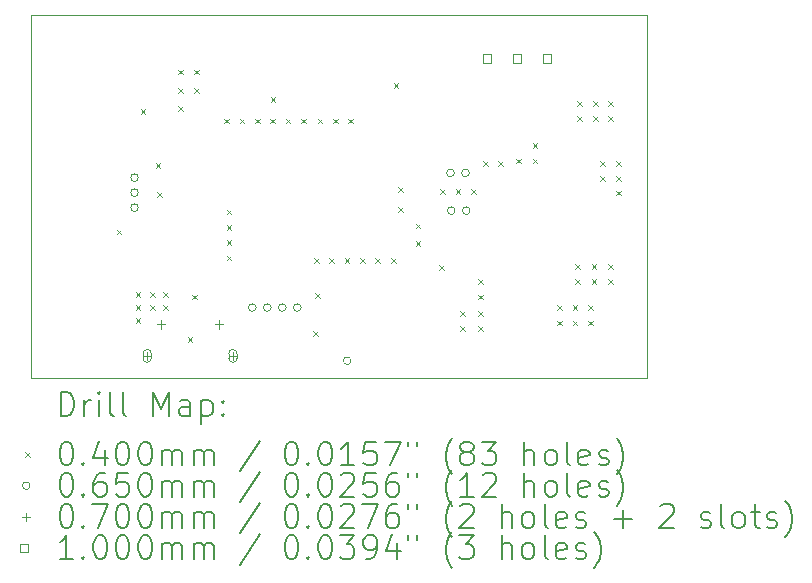
<source format=gbr>
%TF.GenerationSoftware,KiCad,Pcbnew,8.0.1*%
%TF.CreationDate,2024-04-13T18:18:34+03:00*%
%TF.ProjectId,mains-detector,6d61696e-732d-4646-9574-6563746f722e,rev?*%
%TF.SameCoordinates,Original*%
%TF.FileFunction,Drillmap*%
%TF.FilePolarity,Positive*%
%FSLAX45Y45*%
G04 Gerber Fmt 4.5, Leading zero omitted, Abs format (unit mm)*
G04 Created by KiCad (PCBNEW 8.0.1) date 2024-04-13 18:18:34*
%MOMM*%
%LPD*%
G01*
G04 APERTURE LIST*
%ADD10C,0.100000*%
%ADD11C,0.200000*%
G04 APERTURE END LIST*
D10*
X0Y0D02*
X5220000Y0D01*
X5220000Y-3080000D01*
X0Y-3080000D01*
X0Y0D01*
D11*
D10*
X729480Y-1820000D02*
X769480Y-1860000D01*
X769480Y-1820000D02*
X729480Y-1860000D01*
X889480Y-2350000D02*
X929480Y-2390000D01*
X929480Y-2350000D02*
X889480Y-2390000D01*
X889480Y-2460000D02*
X929480Y-2500000D01*
X929480Y-2460000D02*
X889480Y-2500000D01*
X889480Y-2570000D02*
X929480Y-2610000D01*
X929480Y-2570000D02*
X889480Y-2610000D01*
X932480Y-800000D02*
X972480Y-840000D01*
X972480Y-800000D02*
X932480Y-840000D01*
X1009480Y-2350000D02*
X1049480Y-2390000D01*
X1049480Y-2350000D02*
X1009480Y-2390000D01*
X1009480Y-2460000D02*
X1049480Y-2500000D01*
X1049480Y-2460000D02*
X1009480Y-2500000D01*
X1059480Y-1260000D02*
X1099480Y-1300000D01*
X1099480Y-1260000D02*
X1059480Y-1300000D01*
X1072480Y-1500000D02*
X1112480Y-1540000D01*
X1112480Y-1500000D02*
X1072480Y-1540000D01*
X1119480Y-2350000D02*
X1159480Y-2390000D01*
X1159480Y-2350000D02*
X1119480Y-2390000D01*
X1119480Y-2460000D02*
X1159480Y-2500000D01*
X1159480Y-2460000D02*
X1119480Y-2500000D01*
X1249480Y-465000D02*
X1289480Y-505000D01*
X1289480Y-465000D02*
X1249480Y-505000D01*
X1249480Y-625000D02*
X1289480Y-665000D01*
X1289480Y-625000D02*
X1249480Y-665000D01*
X1249480Y-775000D02*
X1289480Y-815000D01*
X1289480Y-775000D02*
X1249480Y-815000D01*
X1329480Y-2730000D02*
X1369480Y-2770000D01*
X1369480Y-2730000D02*
X1329480Y-2770000D01*
X1369480Y-2370000D02*
X1409480Y-2410000D01*
X1409480Y-2370000D02*
X1369480Y-2410000D01*
X1384480Y-465000D02*
X1424480Y-505000D01*
X1424480Y-465000D02*
X1384480Y-505000D01*
X1384480Y-625000D02*
X1424480Y-665000D01*
X1424480Y-625000D02*
X1384480Y-665000D01*
X1639480Y-880000D02*
X1679480Y-920000D01*
X1679480Y-880000D02*
X1639480Y-920000D01*
X1659480Y-1650000D02*
X1699480Y-1690000D01*
X1699480Y-1650000D02*
X1659480Y-1690000D01*
X1659480Y-1780000D02*
X1699480Y-1820000D01*
X1699480Y-1780000D02*
X1659480Y-1820000D01*
X1659480Y-1910000D02*
X1699480Y-1950000D01*
X1699480Y-1910000D02*
X1659480Y-1950000D01*
X1659480Y-2040000D02*
X1699480Y-2080000D01*
X1699480Y-2040000D02*
X1659480Y-2080000D01*
X1769480Y-880000D02*
X1809480Y-920000D01*
X1809480Y-880000D02*
X1769480Y-920000D01*
X1899480Y-880000D02*
X1939480Y-920000D01*
X1939480Y-880000D02*
X1899480Y-920000D01*
X2029480Y-880000D02*
X2069480Y-920000D01*
X2069480Y-880000D02*
X2029480Y-920000D01*
X2032480Y-700000D02*
X2072480Y-740000D01*
X2072480Y-700000D02*
X2032480Y-740000D01*
X2159480Y-880000D02*
X2199480Y-920000D01*
X2199480Y-880000D02*
X2159480Y-920000D01*
X2289480Y-880000D02*
X2329480Y-920000D01*
X2329480Y-880000D02*
X2289480Y-920000D01*
X2389480Y-2680000D02*
X2429480Y-2720000D01*
X2429480Y-2680000D02*
X2389480Y-2720000D01*
X2399480Y-2060000D02*
X2439480Y-2100000D01*
X2439480Y-2060000D02*
X2399480Y-2100000D01*
X2409480Y-2360000D02*
X2449480Y-2400000D01*
X2449480Y-2360000D02*
X2409480Y-2400000D01*
X2429480Y-880000D02*
X2469480Y-920000D01*
X2469480Y-880000D02*
X2429480Y-920000D01*
X2529480Y-2060000D02*
X2569480Y-2100000D01*
X2569480Y-2060000D02*
X2529480Y-2100000D01*
X2559480Y-880000D02*
X2599480Y-920000D01*
X2599480Y-880000D02*
X2559480Y-920000D01*
X2659480Y-2060000D02*
X2699480Y-2100000D01*
X2699480Y-2060000D02*
X2659480Y-2100000D01*
X2689480Y-880000D02*
X2729480Y-920000D01*
X2729480Y-880000D02*
X2689480Y-920000D01*
X2789480Y-2060000D02*
X2829480Y-2100000D01*
X2829480Y-2060000D02*
X2789480Y-2100000D01*
X2919480Y-2060000D02*
X2959480Y-2100000D01*
X2959480Y-2060000D02*
X2919480Y-2100000D01*
X3049480Y-2060000D02*
X3089480Y-2100000D01*
X3089480Y-2060000D02*
X3049480Y-2100000D01*
X3072480Y-580000D02*
X3112480Y-620000D01*
X3112480Y-580000D02*
X3072480Y-620000D01*
X3109480Y-1460000D02*
X3149480Y-1500000D01*
X3149480Y-1460000D02*
X3109480Y-1500000D01*
X3109480Y-1630000D02*
X3149480Y-1670000D01*
X3149480Y-1630000D02*
X3109480Y-1670000D01*
X3260000Y-1770000D02*
X3300000Y-1810000D01*
X3300000Y-1770000D02*
X3260000Y-1810000D01*
X3260000Y-1920000D02*
X3300000Y-1960000D01*
X3300000Y-1920000D02*
X3260000Y-1960000D01*
X3459480Y-2120000D02*
X3499480Y-2160000D01*
X3499480Y-2120000D02*
X3459480Y-2160000D01*
X3469480Y-1480000D02*
X3509480Y-1520000D01*
X3509480Y-1480000D02*
X3469480Y-1520000D01*
X3599480Y-1480000D02*
X3639480Y-1520000D01*
X3639480Y-1480000D02*
X3599480Y-1520000D01*
X3639480Y-2510000D02*
X3679480Y-2550000D01*
X3679480Y-2510000D02*
X3639480Y-2550000D01*
X3639480Y-2640000D02*
X3679480Y-2680000D01*
X3679480Y-2640000D02*
X3639480Y-2680000D01*
X3729480Y-1480000D02*
X3769480Y-1520000D01*
X3769480Y-1480000D02*
X3729480Y-1520000D01*
X3789480Y-2240000D02*
X3829480Y-2280000D01*
X3829480Y-2240000D02*
X3789480Y-2280000D01*
X3789480Y-2370000D02*
X3829480Y-2410000D01*
X3829480Y-2370000D02*
X3789480Y-2410000D01*
X3789480Y-2510000D02*
X3829480Y-2550000D01*
X3829480Y-2510000D02*
X3789480Y-2550000D01*
X3789480Y-2640000D02*
X3829480Y-2680000D01*
X3829480Y-2640000D02*
X3789480Y-2680000D01*
X3829480Y-1240000D02*
X3869480Y-1280000D01*
X3869480Y-1240000D02*
X3829480Y-1280000D01*
X3959480Y-1240000D02*
X3999480Y-1280000D01*
X3999480Y-1240000D02*
X3959480Y-1280000D01*
X4109480Y-1220000D02*
X4149480Y-1260000D01*
X4149480Y-1220000D02*
X4109480Y-1260000D01*
X4249480Y-1090000D02*
X4289480Y-1130000D01*
X4289480Y-1090000D02*
X4249480Y-1130000D01*
X4249480Y-1220000D02*
X4289480Y-1260000D01*
X4289480Y-1220000D02*
X4249480Y-1260000D01*
X4460000Y-2460000D02*
X4500000Y-2500000D01*
X4500000Y-2460000D02*
X4460000Y-2500000D01*
X4460000Y-2590000D02*
X4500000Y-2630000D01*
X4500000Y-2590000D02*
X4460000Y-2630000D01*
X4590000Y-2460000D02*
X4630000Y-2500000D01*
X4630000Y-2460000D02*
X4590000Y-2500000D01*
X4590000Y-2590000D02*
X4630000Y-2630000D01*
X4630000Y-2590000D02*
X4590000Y-2630000D01*
X4610000Y-2110000D02*
X4650000Y-2150000D01*
X4650000Y-2110000D02*
X4610000Y-2150000D01*
X4610000Y-2240000D02*
X4650000Y-2280000D01*
X4650000Y-2240000D02*
X4610000Y-2280000D01*
X4630000Y-730000D02*
X4670000Y-770000D01*
X4670000Y-730000D02*
X4630000Y-770000D01*
X4630000Y-860000D02*
X4670000Y-900000D01*
X4670000Y-860000D02*
X4630000Y-900000D01*
X4720000Y-2460000D02*
X4760000Y-2500000D01*
X4760000Y-2460000D02*
X4720000Y-2500000D01*
X4720000Y-2590000D02*
X4760000Y-2630000D01*
X4760000Y-2590000D02*
X4720000Y-2630000D01*
X4750000Y-2110000D02*
X4790000Y-2150000D01*
X4790000Y-2110000D02*
X4750000Y-2150000D01*
X4750000Y-2240000D02*
X4790000Y-2280000D01*
X4790000Y-2240000D02*
X4750000Y-2280000D01*
X4760000Y-730000D02*
X4800000Y-770000D01*
X4800000Y-730000D02*
X4760000Y-770000D01*
X4760000Y-860000D02*
X4800000Y-900000D01*
X4800000Y-860000D02*
X4760000Y-900000D01*
X4820000Y-1240000D02*
X4860000Y-1280000D01*
X4860000Y-1240000D02*
X4820000Y-1280000D01*
X4820000Y-1370000D02*
X4860000Y-1410000D01*
X4860000Y-1370000D02*
X4820000Y-1410000D01*
X4890000Y-730000D02*
X4930000Y-770000D01*
X4930000Y-730000D02*
X4890000Y-770000D01*
X4890000Y-860000D02*
X4930000Y-900000D01*
X4930000Y-860000D02*
X4890000Y-900000D01*
X4890000Y-2110000D02*
X4930000Y-2150000D01*
X4930000Y-2110000D02*
X4890000Y-2150000D01*
X4890000Y-2240000D02*
X4930000Y-2280000D01*
X4930000Y-2240000D02*
X4890000Y-2280000D01*
X4960000Y-1240000D02*
X5000000Y-1280000D01*
X5000000Y-1240000D02*
X4960000Y-1280000D01*
X4960000Y-1370000D02*
X5000000Y-1410000D01*
X5000000Y-1370000D02*
X4960000Y-1410000D01*
X4960000Y-1490000D02*
X5000000Y-1530000D01*
X5000000Y-1490000D02*
X4960000Y-1530000D01*
X911980Y-1380000D02*
G75*
G02*
X846980Y-1380000I-32500J0D01*
G01*
X846980Y-1380000D02*
G75*
G02*
X911980Y-1380000I32500J0D01*
G01*
X911980Y-1507000D02*
G75*
G02*
X846980Y-1507000I-32500J0D01*
G01*
X846980Y-1507000D02*
G75*
G02*
X911980Y-1507000I32500J0D01*
G01*
X911980Y-1634000D02*
G75*
G02*
X846980Y-1634000I-32500J0D01*
G01*
X846980Y-1634000D02*
G75*
G02*
X911980Y-1634000I32500J0D01*
G01*
X1909980Y-2480000D02*
G75*
G02*
X1844980Y-2480000I-32500J0D01*
G01*
X1844980Y-2480000D02*
G75*
G02*
X1909980Y-2480000I32500J0D01*
G01*
X2036980Y-2480000D02*
G75*
G02*
X1971980Y-2480000I-32500J0D01*
G01*
X1971980Y-2480000D02*
G75*
G02*
X2036980Y-2480000I32500J0D01*
G01*
X2163980Y-2480000D02*
G75*
G02*
X2098980Y-2480000I-32500J0D01*
G01*
X2098980Y-2480000D02*
G75*
G02*
X2163980Y-2480000I32500J0D01*
G01*
X2290980Y-2480000D02*
G75*
G02*
X2225980Y-2480000I-32500J0D01*
G01*
X2225980Y-2480000D02*
G75*
G02*
X2290980Y-2480000I32500J0D01*
G01*
X2711980Y-2930000D02*
G75*
G02*
X2646980Y-2930000I-32500J0D01*
G01*
X2646980Y-2930000D02*
G75*
G02*
X2711980Y-2930000I32500J0D01*
G01*
X3586980Y-1340000D02*
G75*
G02*
X3521980Y-1340000I-32500J0D01*
G01*
X3521980Y-1340000D02*
G75*
G02*
X3586980Y-1340000I32500J0D01*
G01*
X3592980Y-1660000D02*
G75*
G02*
X3527980Y-1660000I-32500J0D01*
G01*
X3527980Y-1660000D02*
G75*
G02*
X3592980Y-1660000I32500J0D01*
G01*
X3713980Y-1340000D02*
G75*
G02*
X3648980Y-1340000I-32500J0D01*
G01*
X3648980Y-1340000D02*
G75*
G02*
X3713980Y-1340000I32500J0D01*
G01*
X3719980Y-1660000D02*
G75*
G02*
X3654980Y-1660000I-32500J0D01*
G01*
X3654980Y-1660000D02*
G75*
G02*
X3719980Y-1660000I32500J0D01*
G01*
X986980Y-2855000D02*
X986980Y-2925000D01*
X951980Y-2890000D02*
X1021980Y-2890000D01*
X951980Y-2870000D02*
X951980Y-2910000D01*
X1021980Y-2910000D02*
G75*
G02*
X951980Y-2910000I-35000J0D01*
G01*
X1021980Y-2910000D02*
X1021980Y-2870000D01*
X1021980Y-2870000D02*
G75*
G03*
X951980Y-2870000I-35000J0D01*
G01*
X1106980Y-2588000D02*
X1106980Y-2658000D01*
X1071980Y-2623000D02*
X1141980Y-2623000D01*
X1591980Y-2588000D02*
X1591980Y-2658000D01*
X1556980Y-2623000D02*
X1626980Y-2623000D01*
X1711980Y-2855000D02*
X1711980Y-2925000D01*
X1676980Y-2890000D02*
X1746980Y-2890000D01*
X1676980Y-2870000D02*
X1676980Y-2910000D01*
X1746980Y-2910000D02*
G75*
G02*
X1676980Y-2910000I-35000J0D01*
G01*
X1746980Y-2910000D02*
X1746980Y-2870000D01*
X1746980Y-2870000D02*
G75*
G03*
X1676980Y-2870000I-35000J0D01*
G01*
X3897356Y-405356D02*
X3897356Y-334644D01*
X3826644Y-334644D01*
X3826644Y-405356D01*
X3897356Y-405356D01*
X4151356Y-405356D02*
X4151356Y-334644D01*
X4080644Y-334644D01*
X4080644Y-405356D01*
X4151356Y-405356D01*
X4405356Y-405356D02*
X4405356Y-334644D01*
X4334644Y-334644D01*
X4334644Y-405356D01*
X4405356Y-405356D01*
D11*
X255777Y-3396484D02*
X255777Y-3196484D01*
X255777Y-3196484D02*
X303396Y-3196484D01*
X303396Y-3196484D02*
X331967Y-3206008D01*
X331967Y-3206008D02*
X351015Y-3225055D01*
X351015Y-3225055D02*
X360539Y-3244103D01*
X360539Y-3244103D02*
X370062Y-3282198D01*
X370062Y-3282198D02*
X370062Y-3310769D01*
X370062Y-3310769D02*
X360539Y-3348865D01*
X360539Y-3348865D02*
X351015Y-3367912D01*
X351015Y-3367912D02*
X331967Y-3386960D01*
X331967Y-3386960D02*
X303396Y-3396484D01*
X303396Y-3396484D02*
X255777Y-3396484D01*
X455777Y-3396484D02*
X455777Y-3263150D01*
X455777Y-3301246D02*
X465301Y-3282198D01*
X465301Y-3282198D02*
X474824Y-3272674D01*
X474824Y-3272674D02*
X493872Y-3263150D01*
X493872Y-3263150D02*
X512920Y-3263150D01*
X579586Y-3396484D02*
X579586Y-3263150D01*
X579586Y-3196484D02*
X570063Y-3206008D01*
X570063Y-3206008D02*
X579586Y-3215531D01*
X579586Y-3215531D02*
X589110Y-3206008D01*
X589110Y-3206008D02*
X579586Y-3196484D01*
X579586Y-3196484D02*
X579586Y-3215531D01*
X703396Y-3396484D02*
X684348Y-3386960D01*
X684348Y-3386960D02*
X674824Y-3367912D01*
X674824Y-3367912D02*
X674824Y-3196484D01*
X808158Y-3396484D02*
X789110Y-3386960D01*
X789110Y-3386960D02*
X779586Y-3367912D01*
X779586Y-3367912D02*
X779586Y-3196484D01*
X1036729Y-3396484D02*
X1036729Y-3196484D01*
X1036729Y-3196484D02*
X1103396Y-3339341D01*
X1103396Y-3339341D02*
X1170063Y-3196484D01*
X1170063Y-3196484D02*
X1170063Y-3396484D01*
X1351015Y-3396484D02*
X1351015Y-3291722D01*
X1351015Y-3291722D02*
X1341491Y-3272674D01*
X1341491Y-3272674D02*
X1322444Y-3263150D01*
X1322444Y-3263150D02*
X1284348Y-3263150D01*
X1284348Y-3263150D02*
X1265301Y-3272674D01*
X1351015Y-3386960D02*
X1331967Y-3396484D01*
X1331967Y-3396484D02*
X1284348Y-3396484D01*
X1284348Y-3396484D02*
X1265301Y-3386960D01*
X1265301Y-3386960D02*
X1255777Y-3367912D01*
X1255777Y-3367912D02*
X1255777Y-3348865D01*
X1255777Y-3348865D02*
X1265301Y-3329817D01*
X1265301Y-3329817D02*
X1284348Y-3320293D01*
X1284348Y-3320293D02*
X1331967Y-3320293D01*
X1331967Y-3320293D02*
X1351015Y-3310769D01*
X1446253Y-3263150D02*
X1446253Y-3463150D01*
X1446253Y-3272674D02*
X1465301Y-3263150D01*
X1465301Y-3263150D02*
X1503396Y-3263150D01*
X1503396Y-3263150D02*
X1522443Y-3272674D01*
X1522443Y-3272674D02*
X1531967Y-3282198D01*
X1531967Y-3282198D02*
X1541491Y-3301246D01*
X1541491Y-3301246D02*
X1541491Y-3358388D01*
X1541491Y-3358388D02*
X1531967Y-3377436D01*
X1531967Y-3377436D02*
X1522443Y-3386960D01*
X1522443Y-3386960D02*
X1503396Y-3396484D01*
X1503396Y-3396484D02*
X1465301Y-3396484D01*
X1465301Y-3396484D02*
X1446253Y-3386960D01*
X1627205Y-3377436D02*
X1636729Y-3386960D01*
X1636729Y-3386960D02*
X1627205Y-3396484D01*
X1627205Y-3396484D02*
X1617682Y-3386960D01*
X1617682Y-3386960D02*
X1627205Y-3377436D01*
X1627205Y-3377436D02*
X1627205Y-3396484D01*
X1627205Y-3272674D02*
X1636729Y-3282198D01*
X1636729Y-3282198D02*
X1627205Y-3291722D01*
X1627205Y-3291722D02*
X1617682Y-3282198D01*
X1617682Y-3282198D02*
X1627205Y-3272674D01*
X1627205Y-3272674D02*
X1627205Y-3291722D01*
D10*
X-45000Y-3705000D02*
X-5000Y-3745000D01*
X-5000Y-3705000D02*
X-45000Y-3745000D01*
D11*
X293872Y-3616484D02*
X312920Y-3616484D01*
X312920Y-3616484D02*
X331967Y-3626008D01*
X331967Y-3626008D02*
X341491Y-3635531D01*
X341491Y-3635531D02*
X351015Y-3654579D01*
X351015Y-3654579D02*
X360539Y-3692674D01*
X360539Y-3692674D02*
X360539Y-3740293D01*
X360539Y-3740293D02*
X351015Y-3778388D01*
X351015Y-3778388D02*
X341491Y-3797436D01*
X341491Y-3797436D02*
X331967Y-3806960D01*
X331967Y-3806960D02*
X312920Y-3816484D01*
X312920Y-3816484D02*
X293872Y-3816484D01*
X293872Y-3816484D02*
X274824Y-3806960D01*
X274824Y-3806960D02*
X265301Y-3797436D01*
X265301Y-3797436D02*
X255777Y-3778388D01*
X255777Y-3778388D02*
X246253Y-3740293D01*
X246253Y-3740293D02*
X246253Y-3692674D01*
X246253Y-3692674D02*
X255777Y-3654579D01*
X255777Y-3654579D02*
X265301Y-3635531D01*
X265301Y-3635531D02*
X274824Y-3626008D01*
X274824Y-3626008D02*
X293872Y-3616484D01*
X446253Y-3797436D02*
X455777Y-3806960D01*
X455777Y-3806960D02*
X446253Y-3816484D01*
X446253Y-3816484D02*
X436729Y-3806960D01*
X436729Y-3806960D02*
X446253Y-3797436D01*
X446253Y-3797436D02*
X446253Y-3816484D01*
X627205Y-3683150D02*
X627205Y-3816484D01*
X579586Y-3606960D02*
X531967Y-3749817D01*
X531967Y-3749817D02*
X655777Y-3749817D01*
X770062Y-3616484D02*
X789110Y-3616484D01*
X789110Y-3616484D02*
X808158Y-3626008D01*
X808158Y-3626008D02*
X817682Y-3635531D01*
X817682Y-3635531D02*
X827205Y-3654579D01*
X827205Y-3654579D02*
X836729Y-3692674D01*
X836729Y-3692674D02*
X836729Y-3740293D01*
X836729Y-3740293D02*
X827205Y-3778388D01*
X827205Y-3778388D02*
X817682Y-3797436D01*
X817682Y-3797436D02*
X808158Y-3806960D01*
X808158Y-3806960D02*
X789110Y-3816484D01*
X789110Y-3816484D02*
X770062Y-3816484D01*
X770062Y-3816484D02*
X751015Y-3806960D01*
X751015Y-3806960D02*
X741491Y-3797436D01*
X741491Y-3797436D02*
X731967Y-3778388D01*
X731967Y-3778388D02*
X722443Y-3740293D01*
X722443Y-3740293D02*
X722443Y-3692674D01*
X722443Y-3692674D02*
X731967Y-3654579D01*
X731967Y-3654579D02*
X741491Y-3635531D01*
X741491Y-3635531D02*
X751015Y-3626008D01*
X751015Y-3626008D02*
X770062Y-3616484D01*
X960539Y-3616484D02*
X979586Y-3616484D01*
X979586Y-3616484D02*
X998634Y-3626008D01*
X998634Y-3626008D02*
X1008158Y-3635531D01*
X1008158Y-3635531D02*
X1017682Y-3654579D01*
X1017682Y-3654579D02*
X1027205Y-3692674D01*
X1027205Y-3692674D02*
X1027205Y-3740293D01*
X1027205Y-3740293D02*
X1017682Y-3778388D01*
X1017682Y-3778388D02*
X1008158Y-3797436D01*
X1008158Y-3797436D02*
X998634Y-3806960D01*
X998634Y-3806960D02*
X979586Y-3816484D01*
X979586Y-3816484D02*
X960539Y-3816484D01*
X960539Y-3816484D02*
X941491Y-3806960D01*
X941491Y-3806960D02*
X931967Y-3797436D01*
X931967Y-3797436D02*
X922443Y-3778388D01*
X922443Y-3778388D02*
X912920Y-3740293D01*
X912920Y-3740293D02*
X912920Y-3692674D01*
X912920Y-3692674D02*
X922443Y-3654579D01*
X922443Y-3654579D02*
X931967Y-3635531D01*
X931967Y-3635531D02*
X941491Y-3626008D01*
X941491Y-3626008D02*
X960539Y-3616484D01*
X1112920Y-3816484D02*
X1112920Y-3683150D01*
X1112920Y-3702198D02*
X1122444Y-3692674D01*
X1122444Y-3692674D02*
X1141491Y-3683150D01*
X1141491Y-3683150D02*
X1170063Y-3683150D01*
X1170063Y-3683150D02*
X1189110Y-3692674D01*
X1189110Y-3692674D02*
X1198634Y-3711722D01*
X1198634Y-3711722D02*
X1198634Y-3816484D01*
X1198634Y-3711722D02*
X1208158Y-3692674D01*
X1208158Y-3692674D02*
X1227205Y-3683150D01*
X1227205Y-3683150D02*
X1255777Y-3683150D01*
X1255777Y-3683150D02*
X1274825Y-3692674D01*
X1274825Y-3692674D02*
X1284348Y-3711722D01*
X1284348Y-3711722D02*
X1284348Y-3816484D01*
X1379586Y-3816484D02*
X1379586Y-3683150D01*
X1379586Y-3702198D02*
X1389110Y-3692674D01*
X1389110Y-3692674D02*
X1408158Y-3683150D01*
X1408158Y-3683150D02*
X1436729Y-3683150D01*
X1436729Y-3683150D02*
X1455777Y-3692674D01*
X1455777Y-3692674D02*
X1465301Y-3711722D01*
X1465301Y-3711722D02*
X1465301Y-3816484D01*
X1465301Y-3711722D02*
X1474824Y-3692674D01*
X1474824Y-3692674D02*
X1493872Y-3683150D01*
X1493872Y-3683150D02*
X1522443Y-3683150D01*
X1522443Y-3683150D02*
X1541491Y-3692674D01*
X1541491Y-3692674D02*
X1551015Y-3711722D01*
X1551015Y-3711722D02*
X1551015Y-3816484D01*
X1941491Y-3606960D02*
X1770063Y-3864103D01*
X2198634Y-3616484D02*
X2217682Y-3616484D01*
X2217682Y-3616484D02*
X2236729Y-3626008D01*
X2236729Y-3626008D02*
X2246253Y-3635531D01*
X2246253Y-3635531D02*
X2255777Y-3654579D01*
X2255777Y-3654579D02*
X2265301Y-3692674D01*
X2265301Y-3692674D02*
X2265301Y-3740293D01*
X2265301Y-3740293D02*
X2255777Y-3778388D01*
X2255777Y-3778388D02*
X2246253Y-3797436D01*
X2246253Y-3797436D02*
X2236729Y-3806960D01*
X2236729Y-3806960D02*
X2217682Y-3816484D01*
X2217682Y-3816484D02*
X2198634Y-3816484D01*
X2198634Y-3816484D02*
X2179587Y-3806960D01*
X2179587Y-3806960D02*
X2170063Y-3797436D01*
X2170063Y-3797436D02*
X2160539Y-3778388D01*
X2160539Y-3778388D02*
X2151015Y-3740293D01*
X2151015Y-3740293D02*
X2151015Y-3692674D01*
X2151015Y-3692674D02*
X2160539Y-3654579D01*
X2160539Y-3654579D02*
X2170063Y-3635531D01*
X2170063Y-3635531D02*
X2179587Y-3626008D01*
X2179587Y-3626008D02*
X2198634Y-3616484D01*
X2351015Y-3797436D02*
X2360539Y-3806960D01*
X2360539Y-3806960D02*
X2351015Y-3816484D01*
X2351015Y-3816484D02*
X2341491Y-3806960D01*
X2341491Y-3806960D02*
X2351015Y-3797436D01*
X2351015Y-3797436D02*
X2351015Y-3816484D01*
X2484348Y-3616484D02*
X2503396Y-3616484D01*
X2503396Y-3616484D02*
X2522444Y-3626008D01*
X2522444Y-3626008D02*
X2531968Y-3635531D01*
X2531968Y-3635531D02*
X2541491Y-3654579D01*
X2541491Y-3654579D02*
X2551015Y-3692674D01*
X2551015Y-3692674D02*
X2551015Y-3740293D01*
X2551015Y-3740293D02*
X2541491Y-3778388D01*
X2541491Y-3778388D02*
X2531968Y-3797436D01*
X2531968Y-3797436D02*
X2522444Y-3806960D01*
X2522444Y-3806960D02*
X2503396Y-3816484D01*
X2503396Y-3816484D02*
X2484348Y-3816484D01*
X2484348Y-3816484D02*
X2465301Y-3806960D01*
X2465301Y-3806960D02*
X2455777Y-3797436D01*
X2455777Y-3797436D02*
X2446253Y-3778388D01*
X2446253Y-3778388D02*
X2436729Y-3740293D01*
X2436729Y-3740293D02*
X2436729Y-3692674D01*
X2436729Y-3692674D02*
X2446253Y-3654579D01*
X2446253Y-3654579D02*
X2455777Y-3635531D01*
X2455777Y-3635531D02*
X2465301Y-3626008D01*
X2465301Y-3626008D02*
X2484348Y-3616484D01*
X2741491Y-3816484D02*
X2627206Y-3816484D01*
X2684348Y-3816484D02*
X2684348Y-3616484D01*
X2684348Y-3616484D02*
X2665301Y-3645055D01*
X2665301Y-3645055D02*
X2646253Y-3664103D01*
X2646253Y-3664103D02*
X2627206Y-3673627D01*
X2922444Y-3616484D02*
X2827206Y-3616484D01*
X2827206Y-3616484D02*
X2817682Y-3711722D01*
X2817682Y-3711722D02*
X2827206Y-3702198D01*
X2827206Y-3702198D02*
X2846253Y-3692674D01*
X2846253Y-3692674D02*
X2893872Y-3692674D01*
X2893872Y-3692674D02*
X2912920Y-3702198D01*
X2912920Y-3702198D02*
X2922444Y-3711722D01*
X2922444Y-3711722D02*
X2931967Y-3730769D01*
X2931967Y-3730769D02*
X2931967Y-3778388D01*
X2931967Y-3778388D02*
X2922444Y-3797436D01*
X2922444Y-3797436D02*
X2912920Y-3806960D01*
X2912920Y-3806960D02*
X2893872Y-3816484D01*
X2893872Y-3816484D02*
X2846253Y-3816484D01*
X2846253Y-3816484D02*
X2827206Y-3806960D01*
X2827206Y-3806960D02*
X2817682Y-3797436D01*
X2998634Y-3616484D02*
X3131967Y-3616484D01*
X3131967Y-3616484D02*
X3046253Y-3816484D01*
X3198634Y-3616484D02*
X3198634Y-3654579D01*
X3274825Y-3616484D02*
X3274825Y-3654579D01*
X3570063Y-3892674D02*
X3560539Y-3883150D01*
X3560539Y-3883150D02*
X3541491Y-3854579D01*
X3541491Y-3854579D02*
X3531968Y-3835531D01*
X3531968Y-3835531D02*
X3522444Y-3806960D01*
X3522444Y-3806960D02*
X3512920Y-3759341D01*
X3512920Y-3759341D02*
X3512920Y-3721246D01*
X3512920Y-3721246D02*
X3522444Y-3673627D01*
X3522444Y-3673627D02*
X3531968Y-3645055D01*
X3531968Y-3645055D02*
X3541491Y-3626008D01*
X3541491Y-3626008D02*
X3560539Y-3597436D01*
X3560539Y-3597436D02*
X3570063Y-3587912D01*
X3674825Y-3702198D02*
X3655777Y-3692674D01*
X3655777Y-3692674D02*
X3646253Y-3683150D01*
X3646253Y-3683150D02*
X3636729Y-3664103D01*
X3636729Y-3664103D02*
X3636729Y-3654579D01*
X3636729Y-3654579D02*
X3646253Y-3635531D01*
X3646253Y-3635531D02*
X3655777Y-3626008D01*
X3655777Y-3626008D02*
X3674825Y-3616484D01*
X3674825Y-3616484D02*
X3712920Y-3616484D01*
X3712920Y-3616484D02*
X3731968Y-3626008D01*
X3731968Y-3626008D02*
X3741491Y-3635531D01*
X3741491Y-3635531D02*
X3751015Y-3654579D01*
X3751015Y-3654579D02*
X3751015Y-3664103D01*
X3751015Y-3664103D02*
X3741491Y-3683150D01*
X3741491Y-3683150D02*
X3731968Y-3692674D01*
X3731968Y-3692674D02*
X3712920Y-3702198D01*
X3712920Y-3702198D02*
X3674825Y-3702198D01*
X3674825Y-3702198D02*
X3655777Y-3711722D01*
X3655777Y-3711722D02*
X3646253Y-3721246D01*
X3646253Y-3721246D02*
X3636729Y-3740293D01*
X3636729Y-3740293D02*
X3636729Y-3778388D01*
X3636729Y-3778388D02*
X3646253Y-3797436D01*
X3646253Y-3797436D02*
X3655777Y-3806960D01*
X3655777Y-3806960D02*
X3674825Y-3816484D01*
X3674825Y-3816484D02*
X3712920Y-3816484D01*
X3712920Y-3816484D02*
X3731968Y-3806960D01*
X3731968Y-3806960D02*
X3741491Y-3797436D01*
X3741491Y-3797436D02*
X3751015Y-3778388D01*
X3751015Y-3778388D02*
X3751015Y-3740293D01*
X3751015Y-3740293D02*
X3741491Y-3721246D01*
X3741491Y-3721246D02*
X3731968Y-3711722D01*
X3731968Y-3711722D02*
X3712920Y-3702198D01*
X3817682Y-3616484D02*
X3941491Y-3616484D01*
X3941491Y-3616484D02*
X3874825Y-3692674D01*
X3874825Y-3692674D02*
X3903396Y-3692674D01*
X3903396Y-3692674D02*
X3922444Y-3702198D01*
X3922444Y-3702198D02*
X3931968Y-3711722D01*
X3931968Y-3711722D02*
X3941491Y-3730769D01*
X3941491Y-3730769D02*
X3941491Y-3778388D01*
X3941491Y-3778388D02*
X3931968Y-3797436D01*
X3931968Y-3797436D02*
X3922444Y-3806960D01*
X3922444Y-3806960D02*
X3903396Y-3816484D01*
X3903396Y-3816484D02*
X3846253Y-3816484D01*
X3846253Y-3816484D02*
X3827206Y-3806960D01*
X3827206Y-3806960D02*
X3817682Y-3797436D01*
X4179587Y-3816484D02*
X4179587Y-3616484D01*
X4265301Y-3816484D02*
X4265301Y-3711722D01*
X4265301Y-3711722D02*
X4255777Y-3692674D01*
X4255777Y-3692674D02*
X4236730Y-3683150D01*
X4236730Y-3683150D02*
X4208158Y-3683150D01*
X4208158Y-3683150D02*
X4189110Y-3692674D01*
X4189110Y-3692674D02*
X4179587Y-3702198D01*
X4389111Y-3816484D02*
X4370063Y-3806960D01*
X4370063Y-3806960D02*
X4360539Y-3797436D01*
X4360539Y-3797436D02*
X4351015Y-3778388D01*
X4351015Y-3778388D02*
X4351015Y-3721246D01*
X4351015Y-3721246D02*
X4360539Y-3702198D01*
X4360539Y-3702198D02*
X4370063Y-3692674D01*
X4370063Y-3692674D02*
X4389111Y-3683150D01*
X4389111Y-3683150D02*
X4417682Y-3683150D01*
X4417682Y-3683150D02*
X4436730Y-3692674D01*
X4436730Y-3692674D02*
X4446253Y-3702198D01*
X4446253Y-3702198D02*
X4455777Y-3721246D01*
X4455777Y-3721246D02*
X4455777Y-3778388D01*
X4455777Y-3778388D02*
X4446253Y-3797436D01*
X4446253Y-3797436D02*
X4436730Y-3806960D01*
X4436730Y-3806960D02*
X4417682Y-3816484D01*
X4417682Y-3816484D02*
X4389111Y-3816484D01*
X4570063Y-3816484D02*
X4551015Y-3806960D01*
X4551015Y-3806960D02*
X4541492Y-3787912D01*
X4541492Y-3787912D02*
X4541492Y-3616484D01*
X4722444Y-3806960D02*
X4703396Y-3816484D01*
X4703396Y-3816484D02*
X4665301Y-3816484D01*
X4665301Y-3816484D02*
X4646253Y-3806960D01*
X4646253Y-3806960D02*
X4636730Y-3787912D01*
X4636730Y-3787912D02*
X4636730Y-3711722D01*
X4636730Y-3711722D02*
X4646253Y-3692674D01*
X4646253Y-3692674D02*
X4665301Y-3683150D01*
X4665301Y-3683150D02*
X4703396Y-3683150D01*
X4703396Y-3683150D02*
X4722444Y-3692674D01*
X4722444Y-3692674D02*
X4731968Y-3711722D01*
X4731968Y-3711722D02*
X4731968Y-3730769D01*
X4731968Y-3730769D02*
X4636730Y-3749817D01*
X4808158Y-3806960D02*
X4827206Y-3816484D01*
X4827206Y-3816484D02*
X4865301Y-3816484D01*
X4865301Y-3816484D02*
X4884349Y-3806960D01*
X4884349Y-3806960D02*
X4893873Y-3787912D01*
X4893873Y-3787912D02*
X4893873Y-3778388D01*
X4893873Y-3778388D02*
X4884349Y-3759341D01*
X4884349Y-3759341D02*
X4865301Y-3749817D01*
X4865301Y-3749817D02*
X4836730Y-3749817D01*
X4836730Y-3749817D02*
X4817682Y-3740293D01*
X4817682Y-3740293D02*
X4808158Y-3721246D01*
X4808158Y-3721246D02*
X4808158Y-3711722D01*
X4808158Y-3711722D02*
X4817682Y-3692674D01*
X4817682Y-3692674D02*
X4836730Y-3683150D01*
X4836730Y-3683150D02*
X4865301Y-3683150D01*
X4865301Y-3683150D02*
X4884349Y-3692674D01*
X4960539Y-3892674D02*
X4970063Y-3883150D01*
X4970063Y-3883150D02*
X4989111Y-3854579D01*
X4989111Y-3854579D02*
X4998634Y-3835531D01*
X4998634Y-3835531D02*
X5008158Y-3806960D01*
X5008158Y-3806960D02*
X5017682Y-3759341D01*
X5017682Y-3759341D02*
X5017682Y-3721246D01*
X5017682Y-3721246D02*
X5008158Y-3673627D01*
X5008158Y-3673627D02*
X4998634Y-3645055D01*
X4998634Y-3645055D02*
X4989111Y-3626008D01*
X4989111Y-3626008D02*
X4970063Y-3597436D01*
X4970063Y-3597436D02*
X4960539Y-3587912D01*
D10*
X-5000Y-3989000D02*
G75*
G02*
X-70000Y-3989000I-32500J0D01*
G01*
X-70000Y-3989000D02*
G75*
G02*
X-5000Y-3989000I32500J0D01*
G01*
D11*
X293872Y-3880484D02*
X312920Y-3880484D01*
X312920Y-3880484D02*
X331967Y-3890008D01*
X331967Y-3890008D02*
X341491Y-3899531D01*
X341491Y-3899531D02*
X351015Y-3918579D01*
X351015Y-3918579D02*
X360539Y-3956674D01*
X360539Y-3956674D02*
X360539Y-4004293D01*
X360539Y-4004293D02*
X351015Y-4042388D01*
X351015Y-4042388D02*
X341491Y-4061436D01*
X341491Y-4061436D02*
X331967Y-4070960D01*
X331967Y-4070960D02*
X312920Y-4080484D01*
X312920Y-4080484D02*
X293872Y-4080484D01*
X293872Y-4080484D02*
X274824Y-4070960D01*
X274824Y-4070960D02*
X265301Y-4061436D01*
X265301Y-4061436D02*
X255777Y-4042388D01*
X255777Y-4042388D02*
X246253Y-4004293D01*
X246253Y-4004293D02*
X246253Y-3956674D01*
X246253Y-3956674D02*
X255777Y-3918579D01*
X255777Y-3918579D02*
X265301Y-3899531D01*
X265301Y-3899531D02*
X274824Y-3890008D01*
X274824Y-3890008D02*
X293872Y-3880484D01*
X446253Y-4061436D02*
X455777Y-4070960D01*
X455777Y-4070960D02*
X446253Y-4080484D01*
X446253Y-4080484D02*
X436729Y-4070960D01*
X436729Y-4070960D02*
X446253Y-4061436D01*
X446253Y-4061436D02*
X446253Y-4080484D01*
X627205Y-3880484D02*
X589110Y-3880484D01*
X589110Y-3880484D02*
X570063Y-3890008D01*
X570063Y-3890008D02*
X560539Y-3899531D01*
X560539Y-3899531D02*
X541491Y-3928103D01*
X541491Y-3928103D02*
X531967Y-3966198D01*
X531967Y-3966198D02*
X531967Y-4042388D01*
X531967Y-4042388D02*
X541491Y-4061436D01*
X541491Y-4061436D02*
X551015Y-4070960D01*
X551015Y-4070960D02*
X570063Y-4080484D01*
X570063Y-4080484D02*
X608158Y-4080484D01*
X608158Y-4080484D02*
X627205Y-4070960D01*
X627205Y-4070960D02*
X636729Y-4061436D01*
X636729Y-4061436D02*
X646253Y-4042388D01*
X646253Y-4042388D02*
X646253Y-3994769D01*
X646253Y-3994769D02*
X636729Y-3975722D01*
X636729Y-3975722D02*
X627205Y-3966198D01*
X627205Y-3966198D02*
X608158Y-3956674D01*
X608158Y-3956674D02*
X570063Y-3956674D01*
X570063Y-3956674D02*
X551015Y-3966198D01*
X551015Y-3966198D02*
X541491Y-3975722D01*
X541491Y-3975722D02*
X531967Y-3994769D01*
X827205Y-3880484D02*
X731967Y-3880484D01*
X731967Y-3880484D02*
X722443Y-3975722D01*
X722443Y-3975722D02*
X731967Y-3966198D01*
X731967Y-3966198D02*
X751015Y-3956674D01*
X751015Y-3956674D02*
X798634Y-3956674D01*
X798634Y-3956674D02*
X817682Y-3966198D01*
X817682Y-3966198D02*
X827205Y-3975722D01*
X827205Y-3975722D02*
X836729Y-3994769D01*
X836729Y-3994769D02*
X836729Y-4042388D01*
X836729Y-4042388D02*
X827205Y-4061436D01*
X827205Y-4061436D02*
X817682Y-4070960D01*
X817682Y-4070960D02*
X798634Y-4080484D01*
X798634Y-4080484D02*
X751015Y-4080484D01*
X751015Y-4080484D02*
X731967Y-4070960D01*
X731967Y-4070960D02*
X722443Y-4061436D01*
X960539Y-3880484D02*
X979586Y-3880484D01*
X979586Y-3880484D02*
X998634Y-3890008D01*
X998634Y-3890008D02*
X1008158Y-3899531D01*
X1008158Y-3899531D02*
X1017682Y-3918579D01*
X1017682Y-3918579D02*
X1027205Y-3956674D01*
X1027205Y-3956674D02*
X1027205Y-4004293D01*
X1027205Y-4004293D02*
X1017682Y-4042388D01*
X1017682Y-4042388D02*
X1008158Y-4061436D01*
X1008158Y-4061436D02*
X998634Y-4070960D01*
X998634Y-4070960D02*
X979586Y-4080484D01*
X979586Y-4080484D02*
X960539Y-4080484D01*
X960539Y-4080484D02*
X941491Y-4070960D01*
X941491Y-4070960D02*
X931967Y-4061436D01*
X931967Y-4061436D02*
X922443Y-4042388D01*
X922443Y-4042388D02*
X912920Y-4004293D01*
X912920Y-4004293D02*
X912920Y-3956674D01*
X912920Y-3956674D02*
X922443Y-3918579D01*
X922443Y-3918579D02*
X931967Y-3899531D01*
X931967Y-3899531D02*
X941491Y-3890008D01*
X941491Y-3890008D02*
X960539Y-3880484D01*
X1112920Y-4080484D02*
X1112920Y-3947150D01*
X1112920Y-3966198D02*
X1122444Y-3956674D01*
X1122444Y-3956674D02*
X1141491Y-3947150D01*
X1141491Y-3947150D02*
X1170063Y-3947150D01*
X1170063Y-3947150D02*
X1189110Y-3956674D01*
X1189110Y-3956674D02*
X1198634Y-3975722D01*
X1198634Y-3975722D02*
X1198634Y-4080484D01*
X1198634Y-3975722D02*
X1208158Y-3956674D01*
X1208158Y-3956674D02*
X1227205Y-3947150D01*
X1227205Y-3947150D02*
X1255777Y-3947150D01*
X1255777Y-3947150D02*
X1274825Y-3956674D01*
X1274825Y-3956674D02*
X1284348Y-3975722D01*
X1284348Y-3975722D02*
X1284348Y-4080484D01*
X1379586Y-4080484D02*
X1379586Y-3947150D01*
X1379586Y-3966198D02*
X1389110Y-3956674D01*
X1389110Y-3956674D02*
X1408158Y-3947150D01*
X1408158Y-3947150D02*
X1436729Y-3947150D01*
X1436729Y-3947150D02*
X1455777Y-3956674D01*
X1455777Y-3956674D02*
X1465301Y-3975722D01*
X1465301Y-3975722D02*
X1465301Y-4080484D01*
X1465301Y-3975722D02*
X1474824Y-3956674D01*
X1474824Y-3956674D02*
X1493872Y-3947150D01*
X1493872Y-3947150D02*
X1522443Y-3947150D01*
X1522443Y-3947150D02*
X1541491Y-3956674D01*
X1541491Y-3956674D02*
X1551015Y-3975722D01*
X1551015Y-3975722D02*
X1551015Y-4080484D01*
X1941491Y-3870960D02*
X1770063Y-4128103D01*
X2198634Y-3880484D02*
X2217682Y-3880484D01*
X2217682Y-3880484D02*
X2236729Y-3890008D01*
X2236729Y-3890008D02*
X2246253Y-3899531D01*
X2246253Y-3899531D02*
X2255777Y-3918579D01*
X2255777Y-3918579D02*
X2265301Y-3956674D01*
X2265301Y-3956674D02*
X2265301Y-4004293D01*
X2265301Y-4004293D02*
X2255777Y-4042388D01*
X2255777Y-4042388D02*
X2246253Y-4061436D01*
X2246253Y-4061436D02*
X2236729Y-4070960D01*
X2236729Y-4070960D02*
X2217682Y-4080484D01*
X2217682Y-4080484D02*
X2198634Y-4080484D01*
X2198634Y-4080484D02*
X2179587Y-4070960D01*
X2179587Y-4070960D02*
X2170063Y-4061436D01*
X2170063Y-4061436D02*
X2160539Y-4042388D01*
X2160539Y-4042388D02*
X2151015Y-4004293D01*
X2151015Y-4004293D02*
X2151015Y-3956674D01*
X2151015Y-3956674D02*
X2160539Y-3918579D01*
X2160539Y-3918579D02*
X2170063Y-3899531D01*
X2170063Y-3899531D02*
X2179587Y-3890008D01*
X2179587Y-3890008D02*
X2198634Y-3880484D01*
X2351015Y-4061436D02*
X2360539Y-4070960D01*
X2360539Y-4070960D02*
X2351015Y-4080484D01*
X2351015Y-4080484D02*
X2341491Y-4070960D01*
X2341491Y-4070960D02*
X2351015Y-4061436D01*
X2351015Y-4061436D02*
X2351015Y-4080484D01*
X2484348Y-3880484D02*
X2503396Y-3880484D01*
X2503396Y-3880484D02*
X2522444Y-3890008D01*
X2522444Y-3890008D02*
X2531968Y-3899531D01*
X2531968Y-3899531D02*
X2541491Y-3918579D01*
X2541491Y-3918579D02*
X2551015Y-3956674D01*
X2551015Y-3956674D02*
X2551015Y-4004293D01*
X2551015Y-4004293D02*
X2541491Y-4042388D01*
X2541491Y-4042388D02*
X2531968Y-4061436D01*
X2531968Y-4061436D02*
X2522444Y-4070960D01*
X2522444Y-4070960D02*
X2503396Y-4080484D01*
X2503396Y-4080484D02*
X2484348Y-4080484D01*
X2484348Y-4080484D02*
X2465301Y-4070960D01*
X2465301Y-4070960D02*
X2455777Y-4061436D01*
X2455777Y-4061436D02*
X2446253Y-4042388D01*
X2446253Y-4042388D02*
X2436729Y-4004293D01*
X2436729Y-4004293D02*
X2436729Y-3956674D01*
X2436729Y-3956674D02*
X2446253Y-3918579D01*
X2446253Y-3918579D02*
X2455777Y-3899531D01*
X2455777Y-3899531D02*
X2465301Y-3890008D01*
X2465301Y-3890008D02*
X2484348Y-3880484D01*
X2627206Y-3899531D02*
X2636729Y-3890008D01*
X2636729Y-3890008D02*
X2655777Y-3880484D01*
X2655777Y-3880484D02*
X2703396Y-3880484D01*
X2703396Y-3880484D02*
X2722444Y-3890008D01*
X2722444Y-3890008D02*
X2731968Y-3899531D01*
X2731968Y-3899531D02*
X2741491Y-3918579D01*
X2741491Y-3918579D02*
X2741491Y-3937627D01*
X2741491Y-3937627D02*
X2731968Y-3966198D01*
X2731968Y-3966198D02*
X2617682Y-4080484D01*
X2617682Y-4080484D02*
X2741491Y-4080484D01*
X2922444Y-3880484D02*
X2827206Y-3880484D01*
X2827206Y-3880484D02*
X2817682Y-3975722D01*
X2817682Y-3975722D02*
X2827206Y-3966198D01*
X2827206Y-3966198D02*
X2846253Y-3956674D01*
X2846253Y-3956674D02*
X2893872Y-3956674D01*
X2893872Y-3956674D02*
X2912920Y-3966198D01*
X2912920Y-3966198D02*
X2922444Y-3975722D01*
X2922444Y-3975722D02*
X2931967Y-3994769D01*
X2931967Y-3994769D02*
X2931967Y-4042388D01*
X2931967Y-4042388D02*
X2922444Y-4061436D01*
X2922444Y-4061436D02*
X2912920Y-4070960D01*
X2912920Y-4070960D02*
X2893872Y-4080484D01*
X2893872Y-4080484D02*
X2846253Y-4080484D01*
X2846253Y-4080484D02*
X2827206Y-4070960D01*
X2827206Y-4070960D02*
X2817682Y-4061436D01*
X3103396Y-3880484D02*
X3065301Y-3880484D01*
X3065301Y-3880484D02*
X3046253Y-3890008D01*
X3046253Y-3890008D02*
X3036729Y-3899531D01*
X3036729Y-3899531D02*
X3017682Y-3928103D01*
X3017682Y-3928103D02*
X3008158Y-3966198D01*
X3008158Y-3966198D02*
X3008158Y-4042388D01*
X3008158Y-4042388D02*
X3017682Y-4061436D01*
X3017682Y-4061436D02*
X3027206Y-4070960D01*
X3027206Y-4070960D02*
X3046253Y-4080484D01*
X3046253Y-4080484D02*
X3084348Y-4080484D01*
X3084348Y-4080484D02*
X3103396Y-4070960D01*
X3103396Y-4070960D02*
X3112920Y-4061436D01*
X3112920Y-4061436D02*
X3122444Y-4042388D01*
X3122444Y-4042388D02*
X3122444Y-3994769D01*
X3122444Y-3994769D02*
X3112920Y-3975722D01*
X3112920Y-3975722D02*
X3103396Y-3966198D01*
X3103396Y-3966198D02*
X3084348Y-3956674D01*
X3084348Y-3956674D02*
X3046253Y-3956674D01*
X3046253Y-3956674D02*
X3027206Y-3966198D01*
X3027206Y-3966198D02*
X3017682Y-3975722D01*
X3017682Y-3975722D02*
X3008158Y-3994769D01*
X3198634Y-3880484D02*
X3198634Y-3918579D01*
X3274825Y-3880484D02*
X3274825Y-3918579D01*
X3570063Y-4156674D02*
X3560539Y-4147150D01*
X3560539Y-4147150D02*
X3541491Y-4118579D01*
X3541491Y-4118579D02*
X3531968Y-4099531D01*
X3531968Y-4099531D02*
X3522444Y-4070960D01*
X3522444Y-4070960D02*
X3512920Y-4023341D01*
X3512920Y-4023341D02*
X3512920Y-3985246D01*
X3512920Y-3985246D02*
X3522444Y-3937627D01*
X3522444Y-3937627D02*
X3531968Y-3909055D01*
X3531968Y-3909055D02*
X3541491Y-3890008D01*
X3541491Y-3890008D02*
X3560539Y-3861436D01*
X3560539Y-3861436D02*
X3570063Y-3851912D01*
X3751015Y-4080484D02*
X3636729Y-4080484D01*
X3693872Y-4080484D02*
X3693872Y-3880484D01*
X3693872Y-3880484D02*
X3674825Y-3909055D01*
X3674825Y-3909055D02*
X3655777Y-3928103D01*
X3655777Y-3928103D02*
X3636729Y-3937627D01*
X3827206Y-3899531D02*
X3836729Y-3890008D01*
X3836729Y-3890008D02*
X3855777Y-3880484D01*
X3855777Y-3880484D02*
X3903396Y-3880484D01*
X3903396Y-3880484D02*
X3922444Y-3890008D01*
X3922444Y-3890008D02*
X3931968Y-3899531D01*
X3931968Y-3899531D02*
X3941491Y-3918579D01*
X3941491Y-3918579D02*
X3941491Y-3937627D01*
X3941491Y-3937627D02*
X3931968Y-3966198D01*
X3931968Y-3966198D02*
X3817682Y-4080484D01*
X3817682Y-4080484D02*
X3941491Y-4080484D01*
X4179587Y-4080484D02*
X4179587Y-3880484D01*
X4265301Y-4080484D02*
X4265301Y-3975722D01*
X4265301Y-3975722D02*
X4255777Y-3956674D01*
X4255777Y-3956674D02*
X4236730Y-3947150D01*
X4236730Y-3947150D02*
X4208158Y-3947150D01*
X4208158Y-3947150D02*
X4189110Y-3956674D01*
X4189110Y-3956674D02*
X4179587Y-3966198D01*
X4389111Y-4080484D02*
X4370063Y-4070960D01*
X4370063Y-4070960D02*
X4360539Y-4061436D01*
X4360539Y-4061436D02*
X4351015Y-4042388D01*
X4351015Y-4042388D02*
X4351015Y-3985246D01*
X4351015Y-3985246D02*
X4360539Y-3966198D01*
X4360539Y-3966198D02*
X4370063Y-3956674D01*
X4370063Y-3956674D02*
X4389111Y-3947150D01*
X4389111Y-3947150D02*
X4417682Y-3947150D01*
X4417682Y-3947150D02*
X4436730Y-3956674D01*
X4436730Y-3956674D02*
X4446253Y-3966198D01*
X4446253Y-3966198D02*
X4455777Y-3985246D01*
X4455777Y-3985246D02*
X4455777Y-4042388D01*
X4455777Y-4042388D02*
X4446253Y-4061436D01*
X4446253Y-4061436D02*
X4436730Y-4070960D01*
X4436730Y-4070960D02*
X4417682Y-4080484D01*
X4417682Y-4080484D02*
X4389111Y-4080484D01*
X4570063Y-4080484D02*
X4551015Y-4070960D01*
X4551015Y-4070960D02*
X4541492Y-4051912D01*
X4541492Y-4051912D02*
X4541492Y-3880484D01*
X4722444Y-4070960D02*
X4703396Y-4080484D01*
X4703396Y-4080484D02*
X4665301Y-4080484D01*
X4665301Y-4080484D02*
X4646253Y-4070960D01*
X4646253Y-4070960D02*
X4636730Y-4051912D01*
X4636730Y-4051912D02*
X4636730Y-3975722D01*
X4636730Y-3975722D02*
X4646253Y-3956674D01*
X4646253Y-3956674D02*
X4665301Y-3947150D01*
X4665301Y-3947150D02*
X4703396Y-3947150D01*
X4703396Y-3947150D02*
X4722444Y-3956674D01*
X4722444Y-3956674D02*
X4731968Y-3975722D01*
X4731968Y-3975722D02*
X4731968Y-3994769D01*
X4731968Y-3994769D02*
X4636730Y-4013817D01*
X4808158Y-4070960D02*
X4827206Y-4080484D01*
X4827206Y-4080484D02*
X4865301Y-4080484D01*
X4865301Y-4080484D02*
X4884349Y-4070960D01*
X4884349Y-4070960D02*
X4893873Y-4051912D01*
X4893873Y-4051912D02*
X4893873Y-4042388D01*
X4893873Y-4042388D02*
X4884349Y-4023341D01*
X4884349Y-4023341D02*
X4865301Y-4013817D01*
X4865301Y-4013817D02*
X4836730Y-4013817D01*
X4836730Y-4013817D02*
X4817682Y-4004293D01*
X4817682Y-4004293D02*
X4808158Y-3985246D01*
X4808158Y-3985246D02*
X4808158Y-3975722D01*
X4808158Y-3975722D02*
X4817682Y-3956674D01*
X4817682Y-3956674D02*
X4836730Y-3947150D01*
X4836730Y-3947150D02*
X4865301Y-3947150D01*
X4865301Y-3947150D02*
X4884349Y-3956674D01*
X4960539Y-4156674D02*
X4970063Y-4147150D01*
X4970063Y-4147150D02*
X4989111Y-4118579D01*
X4989111Y-4118579D02*
X4998634Y-4099531D01*
X4998634Y-4099531D02*
X5008158Y-4070960D01*
X5008158Y-4070960D02*
X5017682Y-4023341D01*
X5017682Y-4023341D02*
X5017682Y-3985246D01*
X5017682Y-3985246D02*
X5008158Y-3937627D01*
X5008158Y-3937627D02*
X4998634Y-3909055D01*
X4998634Y-3909055D02*
X4989111Y-3890008D01*
X4989111Y-3890008D02*
X4970063Y-3861436D01*
X4970063Y-3861436D02*
X4960539Y-3851912D01*
D10*
X-40000Y-4218000D02*
X-40000Y-4288000D01*
X-75000Y-4253000D02*
X-5000Y-4253000D01*
D11*
X293872Y-4144484D02*
X312920Y-4144484D01*
X312920Y-4144484D02*
X331967Y-4154008D01*
X331967Y-4154008D02*
X341491Y-4163531D01*
X341491Y-4163531D02*
X351015Y-4182579D01*
X351015Y-4182579D02*
X360539Y-4220674D01*
X360539Y-4220674D02*
X360539Y-4268293D01*
X360539Y-4268293D02*
X351015Y-4306389D01*
X351015Y-4306389D02*
X341491Y-4325436D01*
X341491Y-4325436D02*
X331967Y-4334960D01*
X331967Y-4334960D02*
X312920Y-4344484D01*
X312920Y-4344484D02*
X293872Y-4344484D01*
X293872Y-4344484D02*
X274824Y-4334960D01*
X274824Y-4334960D02*
X265301Y-4325436D01*
X265301Y-4325436D02*
X255777Y-4306389D01*
X255777Y-4306389D02*
X246253Y-4268293D01*
X246253Y-4268293D02*
X246253Y-4220674D01*
X246253Y-4220674D02*
X255777Y-4182579D01*
X255777Y-4182579D02*
X265301Y-4163531D01*
X265301Y-4163531D02*
X274824Y-4154008D01*
X274824Y-4154008D02*
X293872Y-4144484D01*
X446253Y-4325436D02*
X455777Y-4334960D01*
X455777Y-4334960D02*
X446253Y-4344484D01*
X446253Y-4344484D02*
X436729Y-4334960D01*
X436729Y-4334960D02*
X446253Y-4325436D01*
X446253Y-4325436D02*
X446253Y-4344484D01*
X522443Y-4144484D02*
X655777Y-4144484D01*
X655777Y-4144484D02*
X570063Y-4344484D01*
X770062Y-4144484D02*
X789110Y-4144484D01*
X789110Y-4144484D02*
X808158Y-4154008D01*
X808158Y-4154008D02*
X817682Y-4163531D01*
X817682Y-4163531D02*
X827205Y-4182579D01*
X827205Y-4182579D02*
X836729Y-4220674D01*
X836729Y-4220674D02*
X836729Y-4268293D01*
X836729Y-4268293D02*
X827205Y-4306389D01*
X827205Y-4306389D02*
X817682Y-4325436D01*
X817682Y-4325436D02*
X808158Y-4334960D01*
X808158Y-4334960D02*
X789110Y-4344484D01*
X789110Y-4344484D02*
X770062Y-4344484D01*
X770062Y-4344484D02*
X751015Y-4334960D01*
X751015Y-4334960D02*
X741491Y-4325436D01*
X741491Y-4325436D02*
X731967Y-4306389D01*
X731967Y-4306389D02*
X722443Y-4268293D01*
X722443Y-4268293D02*
X722443Y-4220674D01*
X722443Y-4220674D02*
X731967Y-4182579D01*
X731967Y-4182579D02*
X741491Y-4163531D01*
X741491Y-4163531D02*
X751015Y-4154008D01*
X751015Y-4154008D02*
X770062Y-4144484D01*
X960539Y-4144484D02*
X979586Y-4144484D01*
X979586Y-4144484D02*
X998634Y-4154008D01*
X998634Y-4154008D02*
X1008158Y-4163531D01*
X1008158Y-4163531D02*
X1017682Y-4182579D01*
X1017682Y-4182579D02*
X1027205Y-4220674D01*
X1027205Y-4220674D02*
X1027205Y-4268293D01*
X1027205Y-4268293D02*
X1017682Y-4306389D01*
X1017682Y-4306389D02*
X1008158Y-4325436D01*
X1008158Y-4325436D02*
X998634Y-4334960D01*
X998634Y-4334960D02*
X979586Y-4344484D01*
X979586Y-4344484D02*
X960539Y-4344484D01*
X960539Y-4344484D02*
X941491Y-4334960D01*
X941491Y-4334960D02*
X931967Y-4325436D01*
X931967Y-4325436D02*
X922443Y-4306389D01*
X922443Y-4306389D02*
X912920Y-4268293D01*
X912920Y-4268293D02*
X912920Y-4220674D01*
X912920Y-4220674D02*
X922443Y-4182579D01*
X922443Y-4182579D02*
X931967Y-4163531D01*
X931967Y-4163531D02*
X941491Y-4154008D01*
X941491Y-4154008D02*
X960539Y-4144484D01*
X1112920Y-4344484D02*
X1112920Y-4211150D01*
X1112920Y-4230198D02*
X1122444Y-4220674D01*
X1122444Y-4220674D02*
X1141491Y-4211150D01*
X1141491Y-4211150D02*
X1170063Y-4211150D01*
X1170063Y-4211150D02*
X1189110Y-4220674D01*
X1189110Y-4220674D02*
X1198634Y-4239722D01*
X1198634Y-4239722D02*
X1198634Y-4344484D01*
X1198634Y-4239722D02*
X1208158Y-4220674D01*
X1208158Y-4220674D02*
X1227205Y-4211150D01*
X1227205Y-4211150D02*
X1255777Y-4211150D01*
X1255777Y-4211150D02*
X1274825Y-4220674D01*
X1274825Y-4220674D02*
X1284348Y-4239722D01*
X1284348Y-4239722D02*
X1284348Y-4344484D01*
X1379586Y-4344484D02*
X1379586Y-4211150D01*
X1379586Y-4230198D02*
X1389110Y-4220674D01*
X1389110Y-4220674D02*
X1408158Y-4211150D01*
X1408158Y-4211150D02*
X1436729Y-4211150D01*
X1436729Y-4211150D02*
X1455777Y-4220674D01*
X1455777Y-4220674D02*
X1465301Y-4239722D01*
X1465301Y-4239722D02*
X1465301Y-4344484D01*
X1465301Y-4239722D02*
X1474824Y-4220674D01*
X1474824Y-4220674D02*
X1493872Y-4211150D01*
X1493872Y-4211150D02*
X1522443Y-4211150D01*
X1522443Y-4211150D02*
X1541491Y-4220674D01*
X1541491Y-4220674D02*
X1551015Y-4239722D01*
X1551015Y-4239722D02*
X1551015Y-4344484D01*
X1941491Y-4134960D02*
X1770063Y-4392103D01*
X2198634Y-4144484D02*
X2217682Y-4144484D01*
X2217682Y-4144484D02*
X2236729Y-4154008D01*
X2236729Y-4154008D02*
X2246253Y-4163531D01*
X2246253Y-4163531D02*
X2255777Y-4182579D01*
X2255777Y-4182579D02*
X2265301Y-4220674D01*
X2265301Y-4220674D02*
X2265301Y-4268293D01*
X2265301Y-4268293D02*
X2255777Y-4306389D01*
X2255777Y-4306389D02*
X2246253Y-4325436D01*
X2246253Y-4325436D02*
X2236729Y-4334960D01*
X2236729Y-4334960D02*
X2217682Y-4344484D01*
X2217682Y-4344484D02*
X2198634Y-4344484D01*
X2198634Y-4344484D02*
X2179587Y-4334960D01*
X2179587Y-4334960D02*
X2170063Y-4325436D01*
X2170063Y-4325436D02*
X2160539Y-4306389D01*
X2160539Y-4306389D02*
X2151015Y-4268293D01*
X2151015Y-4268293D02*
X2151015Y-4220674D01*
X2151015Y-4220674D02*
X2160539Y-4182579D01*
X2160539Y-4182579D02*
X2170063Y-4163531D01*
X2170063Y-4163531D02*
X2179587Y-4154008D01*
X2179587Y-4154008D02*
X2198634Y-4144484D01*
X2351015Y-4325436D02*
X2360539Y-4334960D01*
X2360539Y-4334960D02*
X2351015Y-4344484D01*
X2351015Y-4344484D02*
X2341491Y-4334960D01*
X2341491Y-4334960D02*
X2351015Y-4325436D01*
X2351015Y-4325436D02*
X2351015Y-4344484D01*
X2484348Y-4144484D02*
X2503396Y-4144484D01*
X2503396Y-4144484D02*
X2522444Y-4154008D01*
X2522444Y-4154008D02*
X2531968Y-4163531D01*
X2531968Y-4163531D02*
X2541491Y-4182579D01*
X2541491Y-4182579D02*
X2551015Y-4220674D01*
X2551015Y-4220674D02*
X2551015Y-4268293D01*
X2551015Y-4268293D02*
X2541491Y-4306389D01*
X2541491Y-4306389D02*
X2531968Y-4325436D01*
X2531968Y-4325436D02*
X2522444Y-4334960D01*
X2522444Y-4334960D02*
X2503396Y-4344484D01*
X2503396Y-4344484D02*
X2484348Y-4344484D01*
X2484348Y-4344484D02*
X2465301Y-4334960D01*
X2465301Y-4334960D02*
X2455777Y-4325436D01*
X2455777Y-4325436D02*
X2446253Y-4306389D01*
X2446253Y-4306389D02*
X2436729Y-4268293D01*
X2436729Y-4268293D02*
X2436729Y-4220674D01*
X2436729Y-4220674D02*
X2446253Y-4182579D01*
X2446253Y-4182579D02*
X2455777Y-4163531D01*
X2455777Y-4163531D02*
X2465301Y-4154008D01*
X2465301Y-4154008D02*
X2484348Y-4144484D01*
X2627206Y-4163531D02*
X2636729Y-4154008D01*
X2636729Y-4154008D02*
X2655777Y-4144484D01*
X2655777Y-4144484D02*
X2703396Y-4144484D01*
X2703396Y-4144484D02*
X2722444Y-4154008D01*
X2722444Y-4154008D02*
X2731968Y-4163531D01*
X2731968Y-4163531D02*
X2741491Y-4182579D01*
X2741491Y-4182579D02*
X2741491Y-4201627D01*
X2741491Y-4201627D02*
X2731968Y-4230198D01*
X2731968Y-4230198D02*
X2617682Y-4344484D01*
X2617682Y-4344484D02*
X2741491Y-4344484D01*
X2808158Y-4144484D02*
X2941491Y-4144484D01*
X2941491Y-4144484D02*
X2855777Y-4344484D01*
X3103396Y-4144484D02*
X3065301Y-4144484D01*
X3065301Y-4144484D02*
X3046253Y-4154008D01*
X3046253Y-4154008D02*
X3036729Y-4163531D01*
X3036729Y-4163531D02*
X3017682Y-4192103D01*
X3017682Y-4192103D02*
X3008158Y-4230198D01*
X3008158Y-4230198D02*
X3008158Y-4306389D01*
X3008158Y-4306389D02*
X3017682Y-4325436D01*
X3017682Y-4325436D02*
X3027206Y-4334960D01*
X3027206Y-4334960D02*
X3046253Y-4344484D01*
X3046253Y-4344484D02*
X3084348Y-4344484D01*
X3084348Y-4344484D02*
X3103396Y-4334960D01*
X3103396Y-4334960D02*
X3112920Y-4325436D01*
X3112920Y-4325436D02*
X3122444Y-4306389D01*
X3122444Y-4306389D02*
X3122444Y-4258770D01*
X3122444Y-4258770D02*
X3112920Y-4239722D01*
X3112920Y-4239722D02*
X3103396Y-4230198D01*
X3103396Y-4230198D02*
X3084348Y-4220674D01*
X3084348Y-4220674D02*
X3046253Y-4220674D01*
X3046253Y-4220674D02*
X3027206Y-4230198D01*
X3027206Y-4230198D02*
X3017682Y-4239722D01*
X3017682Y-4239722D02*
X3008158Y-4258770D01*
X3198634Y-4144484D02*
X3198634Y-4182579D01*
X3274825Y-4144484D02*
X3274825Y-4182579D01*
X3570063Y-4420674D02*
X3560539Y-4411150D01*
X3560539Y-4411150D02*
X3541491Y-4382579D01*
X3541491Y-4382579D02*
X3531968Y-4363531D01*
X3531968Y-4363531D02*
X3522444Y-4334960D01*
X3522444Y-4334960D02*
X3512920Y-4287341D01*
X3512920Y-4287341D02*
X3512920Y-4249246D01*
X3512920Y-4249246D02*
X3522444Y-4201627D01*
X3522444Y-4201627D02*
X3531968Y-4173055D01*
X3531968Y-4173055D02*
X3541491Y-4154008D01*
X3541491Y-4154008D02*
X3560539Y-4125436D01*
X3560539Y-4125436D02*
X3570063Y-4115912D01*
X3636729Y-4163531D02*
X3646253Y-4154008D01*
X3646253Y-4154008D02*
X3665301Y-4144484D01*
X3665301Y-4144484D02*
X3712920Y-4144484D01*
X3712920Y-4144484D02*
X3731968Y-4154008D01*
X3731968Y-4154008D02*
X3741491Y-4163531D01*
X3741491Y-4163531D02*
X3751015Y-4182579D01*
X3751015Y-4182579D02*
X3751015Y-4201627D01*
X3751015Y-4201627D02*
X3741491Y-4230198D01*
X3741491Y-4230198D02*
X3627206Y-4344484D01*
X3627206Y-4344484D02*
X3751015Y-4344484D01*
X3989110Y-4344484D02*
X3989110Y-4144484D01*
X4074825Y-4344484D02*
X4074825Y-4239722D01*
X4074825Y-4239722D02*
X4065301Y-4220674D01*
X4065301Y-4220674D02*
X4046253Y-4211150D01*
X4046253Y-4211150D02*
X4017682Y-4211150D01*
X4017682Y-4211150D02*
X3998634Y-4220674D01*
X3998634Y-4220674D02*
X3989110Y-4230198D01*
X4198634Y-4344484D02*
X4179587Y-4334960D01*
X4179587Y-4334960D02*
X4170063Y-4325436D01*
X4170063Y-4325436D02*
X4160539Y-4306389D01*
X4160539Y-4306389D02*
X4160539Y-4249246D01*
X4160539Y-4249246D02*
X4170063Y-4230198D01*
X4170063Y-4230198D02*
X4179587Y-4220674D01*
X4179587Y-4220674D02*
X4198634Y-4211150D01*
X4198634Y-4211150D02*
X4227206Y-4211150D01*
X4227206Y-4211150D02*
X4246253Y-4220674D01*
X4246253Y-4220674D02*
X4255777Y-4230198D01*
X4255777Y-4230198D02*
X4265301Y-4249246D01*
X4265301Y-4249246D02*
X4265301Y-4306389D01*
X4265301Y-4306389D02*
X4255777Y-4325436D01*
X4255777Y-4325436D02*
X4246253Y-4334960D01*
X4246253Y-4334960D02*
X4227206Y-4344484D01*
X4227206Y-4344484D02*
X4198634Y-4344484D01*
X4379587Y-4344484D02*
X4360539Y-4334960D01*
X4360539Y-4334960D02*
X4351015Y-4315912D01*
X4351015Y-4315912D02*
X4351015Y-4144484D01*
X4531968Y-4334960D02*
X4512920Y-4344484D01*
X4512920Y-4344484D02*
X4474825Y-4344484D01*
X4474825Y-4344484D02*
X4455777Y-4334960D01*
X4455777Y-4334960D02*
X4446253Y-4315912D01*
X4446253Y-4315912D02*
X4446253Y-4239722D01*
X4446253Y-4239722D02*
X4455777Y-4220674D01*
X4455777Y-4220674D02*
X4474825Y-4211150D01*
X4474825Y-4211150D02*
X4512920Y-4211150D01*
X4512920Y-4211150D02*
X4531968Y-4220674D01*
X4531968Y-4220674D02*
X4541492Y-4239722D01*
X4541492Y-4239722D02*
X4541492Y-4258770D01*
X4541492Y-4258770D02*
X4446253Y-4277817D01*
X4617682Y-4334960D02*
X4636730Y-4344484D01*
X4636730Y-4344484D02*
X4674825Y-4344484D01*
X4674825Y-4344484D02*
X4693873Y-4334960D01*
X4693873Y-4334960D02*
X4703396Y-4315912D01*
X4703396Y-4315912D02*
X4703396Y-4306389D01*
X4703396Y-4306389D02*
X4693873Y-4287341D01*
X4693873Y-4287341D02*
X4674825Y-4277817D01*
X4674825Y-4277817D02*
X4646253Y-4277817D01*
X4646253Y-4277817D02*
X4627206Y-4268293D01*
X4627206Y-4268293D02*
X4617682Y-4249246D01*
X4617682Y-4249246D02*
X4617682Y-4239722D01*
X4617682Y-4239722D02*
X4627206Y-4220674D01*
X4627206Y-4220674D02*
X4646253Y-4211150D01*
X4646253Y-4211150D02*
X4674825Y-4211150D01*
X4674825Y-4211150D02*
X4693873Y-4220674D01*
X4941492Y-4268293D02*
X5093873Y-4268293D01*
X5017682Y-4344484D02*
X5017682Y-4192103D01*
X5331968Y-4163531D02*
X5341492Y-4154008D01*
X5341492Y-4154008D02*
X5360539Y-4144484D01*
X5360539Y-4144484D02*
X5408158Y-4144484D01*
X5408158Y-4144484D02*
X5427206Y-4154008D01*
X5427206Y-4154008D02*
X5436730Y-4163531D01*
X5436730Y-4163531D02*
X5446254Y-4182579D01*
X5446254Y-4182579D02*
X5446254Y-4201627D01*
X5446254Y-4201627D02*
X5436730Y-4230198D01*
X5436730Y-4230198D02*
X5322444Y-4344484D01*
X5322444Y-4344484D02*
X5446254Y-4344484D01*
X5674825Y-4334960D02*
X5693873Y-4344484D01*
X5693873Y-4344484D02*
X5731968Y-4344484D01*
X5731968Y-4344484D02*
X5751015Y-4334960D01*
X5751015Y-4334960D02*
X5760539Y-4315912D01*
X5760539Y-4315912D02*
X5760539Y-4306389D01*
X5760539Y-4306389D02*
X5751015Y-4287341D01*
X5751015Y-4287341D02*
X5731968Y-4277817D01*
X5731968Y-4277817D02*
X5703396Y-4277817D01*
X5703396Y-4277817D02*
X5684349Y-4268293D01*
X5684349Y-4268293D02*
X5674825Y-4249246D01*
X5674825Y-4249246D02*
X5674825Y-4239722D01*
X5674825Y-4239722D02*
X5684349Y-4220674D01*
X5684349Y-4220674D02*
X5703396Y-4211150D01*
X5703396Y-4211150D02*
X5731968Y-4211150D01*
X5731968Y-4211150D02*
X5751015Y-4220674D01*
X5874825Y-4344484D02*
X5855777Y-4334960D01*
X5855777Y-4334960D02*
X5846254Y-4315912D01*
X5846254Y-4315912D02*
X5846254Y-4144484D01*
X5979587Y-4344484D02*
X5960539Y-4334960D01*
X5960539Y-4334960D02*
X5951015Y-4325436D01*
X5951015Y-4325436D02*
X5941492Y-4306389D01*
X5941492Y-4306389D02*
X5941492Y-4249246D01*
X5941492Y-4249246D02*
X5951015Y-4230198D01*
X5951015Y-4230198D02*
X5960539Y-4220674D01*
X5960539Y-4220674D02*
X5979587Y-4211150D01*
X5979587Y-4211150D02*
X6008158Y-4211150D01*
X6008158Y-4211150D02*
X6027206Y-4220674D01*
X6027206Y-4220674D02*
X6036730Y-4230198D01*
X6036730Y-4230198D02*
X6046254Y-4249246D01*
X6046254Y-4249246D02*
X6046254Y-4306389D01*
X6046254Y-4306389D02*
X6036730Y-4325436D01*
X6036730Y-4325436D02*
X6027206Y-4334960D01*
X6027206Y-4334960D02*
X6008158Y-4344484D01*
X6008158Y-4344484D02*
X5979587Y-4344484D01*
X6103396Y-4211150D02*
X6179587Y-4211150D01*
X6131968Y-4144484D02*
X6131968Y-4315912D01*
X6131968Y-4315912D02*
X6141492Y-4334960D01*
X6141492Y-4334960D02*
X6160539Y-4344484D01*
X6160539Y-4344484D02*
X6179587Y-4344484D01*
X6236730Y-4334960D02*
X6255777Y-4344484D01*
X6255777Y-4344484D02*
X6293873Y-4344484D01*
X6293873Y-4344484D02*
X6312920Y-4334960D01*
X6312920Y-4334960D02*
X6322444Y-4315912D01*
X6322444Y-4315912D02*
X6322444Y-4306389D01*
X6322444Y-4306389D02*
X6312920Y-4287341D01*
X6312920Y-4287341D02*
X6293873Y-4277817D01*
X6293873Y-4277817D02*
X6265301Y-4277817D01*
X6265301Y-4277817D02*
X6246254Y-4268293D01*
X6246254Y-4268293D02*
X6236730Y-4249246D01*
X6236730Y-4249246D02*
X6236730Y-4239722D01*
X6236730Y-4239722D02*
X6246254Y-4220674D01*
X6246254Y-4220674D02*
X6265301Y-4211150D01*
X6265301Y-4211150D02*
X6293873Y-4211150D01*
X6293873Y-4211150D02*
X6312920Y-4220674D01*
X6389111Y-4420674D02*
X6398635Y-4411150D01*
X6398635Y-4411150D02*
X6417682Y-4382579D01*
X6417682Y-4382579D02*
X6427206Y-4363531D01*
X6427206Y-4363531D02*
X6436730Y-4334960D01*
X6436730Y-4334960D02*
X6446254Y-4287341D01*
X6446254Y-4287341D02*
X6446254Y-4249246D01*
X6446254Y-4249246D02*
X6436730Y-4201627D01*
X6436730Y-4201627D02*
X6427206Y-4173055D01*
X6427206Y-4173055D02*
X6417682Y-4154008D01*
X6417682Y-4154008D02*
X6398635Y-4125436D01*
X6398635Y-4125436D02*
X6389111Y-4115912D01*
D10*
X-19644Y-4552356D02*
X-19644Y-4481644D01*
X-90356Y-4481644D01*
X-90356Y-4552356D01*
X-19644Y-4552356D01*
D11*
X360539Y-4608484D02*
X246253Y-4608484D01*
X303396Y-4608484D02*
X303396Y-4408484D01*
X303396Y-4408484D02*
X284348Y-4437055D01*
X284348Y-4437055D02*
X265301Y-4456103D01*
X265301Y-4456103D02*
X246253Y-4465627D01*
X446253Y-4589436D02*
X455777Y-4598960D01*
X455777Y-4598960D02*
X446253Y-4608484D01*
X446253Y-4608484D02*
X436729Y-4598960D01*
X436729Y-4598960D02*
X446253Y-4589436D01*
X446253Y-4589436D02*
X446253Y-4608484D01*
X579586Y-4408484D02*
X598634Y-4408484D01*
X598634Y-4408484D02*
X617682Y-4418008D01*
X617682Y-4418008D02*
X627205Y-4427531D01*
X627205Y-4427531D02*
X636729Y-4446579D01*
X636729Y-4446579D02*
X646253Y-4484674D01*
X646253Y-4484674D02*
X646253Y-4532293D01*
X646253Y-4532293D02*
X636729Y-4570389D01*
X636729Y-4570389D02*
X627205Y-4589436D01*
X627205Y-4589436D02*
X617682Y-4598960D01*
X617682Y-4598960D02*
X598634Y-4608484D01*
X598634Y-4608484D02*
X579586Y-4608484D01*
X579586Y-4608484D02*
X560539Y-4598960D01*
X560539Y-4598960D02*
X551015Y-4589436D01*
X551015Y-4589436D02*
X541491Y-4570389D01*
X541491Y-4570389D02*
X531967Y-4532293D01*
X531967Y-4532293D02*
X531967Y-4484674D01*
X531967Y-4484674D02*
X541491Y-4446579D01*
X541491Y-4446579D02*
X551015Y-4427531D01*
X551015Y-4427531D02*
X560539Y-4418008D01*
X560539Y-4418008D02*
X579586Y-4408484D01*
X770062Y-4408484D02*
X789110Y-4408484D01*
X789110Y-4408484D02*
X808158Y-4418008D01*
X808158Y-4418008D02*
X817682Y-4427531D01*
X817682Y-4427531D02*
X827205Y-4446579D01*
X827205Y-4446579D02*
X836729Y-4484674D01*
X836729Y-4484674D02*
X836729Y-4532293D01*
X836729Y-4532293D02*
X827205Y-4570389D01*
X827205Y-4570389D02*
X817682Y-4589436D01*
X817682Y-4589436D02*
X808158Y-4598960D01*
X808158Y-4598960D02*
X789110Y-4608484D01*
X789110Y-4608484D02*
X770062Y-4608484D01*
X770062Y-4608484D02*
X751015Y-4598960D01*
X751015Y-4598960D02*
X741491Y-4589436D01*
X741491Y-4589436D02*
X731967Y-4570389D01*
X731967Y-4570389D02*
X722443Y-4532293D01*
X722443Y-4532293D02*
X722443Y-4484674D01*
X722443Y-4484674D02*
X731967Y-4446579D01*
X731967Y-4446579D02*
X741491Y-4427531D01*
X741491Y-4427531D02*
X751015Y-4418008D01*
X751015Y-4418008D02*
X770062Y-4408484D01*
X960539Y-4408484D02*
X979586Y-4408484D01*
X979586Y-4408484D02*
X998634Y-4418008D01*
X998634Y-4418008D02*
X1008158Y-4427531D01*
X1008158Y-4427531D02*
X1017682Y-4446579D01*
X1017682Y-4446579D02*
X1027205Y-4484674D01*
X1027205Y-4484674D02*
X1027205Y-4532293D01*
X1027205Y-4532293D02*
X1017682Y-4570389D01*
X1017682Y-4570389D02*
X1008158Y-4589436D01*
X1008158Y-4589436D02*
X998634Y-4598960D01*
X998634Y-4598960D02*
X979586Y-4608484D01*
X979586Y-4608484D02*
X960539Y-4608484D01*
X960539Y-4608484D02*
X941491Y-4598960D01*
X941491Y-4598960D02*
X931967Y-4589436D01*
X931967Y-4589436D02*
X922443Y-4570389D01*
X922443Y-4570389D02*
X912920Y-4532293D01*
X912920Y-4532293D02*
X912920Y-4484674D01*
X912920Y-4484674D02*
X922443Y-4446579D01*
X922443Y-4446579D02*
X931967Y-4427531D01*
X931967Y-4427531D02*
X941491Y-4418008D01*
X941491Y-4418008D02*
X960539Y-4408484D01*
X1112920Y-4608484D02*
X1112920Y-4475150D01*
X1112920Y-4494198D02*
X1122444Y-4484674D01*
X1122444Y-4484674D02*
X1141491Y-4475150D01*
X1141491Y-4475150D02*
X1170063Y-4475150D01*
X1170063Y-4475150D02*
X1189110Y-4484674D01*
X1189110Y-4484674D02*
X1198634Y-4503722D01*
X1198634Y-4503722D02*
X1198634Y-4608484D01*
X1198634Y-4503722D02*
X1208158Y-4484674D01*
X1208158Y-4484674D02*
X1227205Y-4475150D01*
X1227205Y-4475150D02*
X1255777Y-4475150D01*
X1255777Y-4475150D02*
X1274825Y-4484674D01*
X1274825Y-4484674D02*
X1284348Y-4503722D01*
X1284348Y-4503722D02*
X1284348Y-4608484D01*
X1379586Y-4608484D02*
X1379586Y-4475150D01*
X1379586Y-4494198D02*
X1389110Y-4484674D01*
X1389110Y-4484674D02*
X1408158Y-4475150D01*
X1408158Y-4475150D02*
X1436729Y-4475150D01*
X1436729Y-4475150D02*
X1455777Y-4484674D01*
X1455777Y-4484674D02*
X1465301Y-4503722D01*
X1465301Y-4503722D02*
X1465301Y-4608484D01*
X1465301Y-4503722D02*
X1474824Y-4484674D01*
X1474824Y-4484674D02*
X1493872Y-4475150D01*
X1493872Y-4475150D02*
X1522443Y-4475150D01*
X1522443Y-4475150D02*
X1541491Y-4484674D01*
X1541491Y-4484674D02*
X1551015Y-4503722D01*
X1551015Y-4503722D02*
X1551015Y-4608484D01*
X1941491Y-4398960D02*
X1770063Y-4656103D01*
X2198634Y-4408484D02*
X2217682Y-4408484D01*
X2217682Y-4408484D02*
X2236729Y-4418008D01*
X2236729Y-4418008D02*
X2246253Y-4427531D01*
X2246253Y-4427531D02*
X2255777Y-4446579D01*
X2255777Y-4446579D02*
X2265301Y-4484674D01*
X2265301Y-4484674D02*
X2265301Y-4532293D01*
X2265301Y-4532293D02*
X2255777Y-4570389D01*
X2255777Y-4570389D02*
X2246253Y-4589436D01*
X2246253Y-4589436D02*
X2236729Y-4598960D01*
X2236729Y-4598960D02*
X2217682Y-4608484D01*
X2217682Y-4608484D02*
X2198634Y-4608484D01*
X2198634Y-4608484D02*
X2179587Y-4598960D01*
X2179587Y-4598960D02*
X2170063Y-4589436D01*
X2170063Y-4589436D02*
X2160539Y-4570389D01*
X2160539Y-4570389D02*
X2151015Y-4532293D01*
X2151015Y-4532293D02*
X2151015Y-4484674D01*
X2151015Y-4484674D02*
X2160539Y-4446579D01*
X2160539Y-4446579D02*
X2170063Y-4427531D01*
X2170063Y-4427531D02*
X2179587Y-4418008D01*
X2179587Y-4418008D02*
X2198634Y-4408484D01*
X2351015Y-4589436D02*
X2360539Y-4598960D01*
X2360539Y-4598960D02*
X2351015Y-4608484D01*
X2351015Y-4608484D02*
X2341491Y-4598960D01*
X2341491Y-4598960D02*
X2351015Y-4589436D01*
X2351015Y-4589436D02*
X2351015Y-4608484D01*
X2484348Y-4408484D02*
X2503396Y-4408484D01*
X2503396Y-4408484D02*
X2522444Y-4418008D01*
X2522444Y-4418008D02*
X2531968Y-4427531D01*
X2531968Y-4427531D02*
X2541491Y-4446579D01*
X2541491Y-4446579D02*
X2551015Y-4484674D01*
X2551015Y-4484674D02*
X2551015Y-4532293D01*
X2551015Y-4532293D02*
X2541491Y-4570389D01*
X2541491Y-4570389D02*
X2531968Y-4589436D01*
X2531968Y-4589436D02*
X2522444Y-4598960D01*
X2522444Y-4598960D02*
X2503396Y-4608484D01*
X2503396Y-4608484D02*
X2484348Y-4608484D01*
X2484348Y-4608484D02*
X2465301Y-4598960D01*
X2465301Y-4598960D02*
X2455777Y-4589436D01*
X2455777Y-4589436D02*
X2446253Y-4570389D01*
X2446253Y-4570389D02*
X2436729Y-4532293D01*
X2436729Y-4532293D02*
X2436729Y-4484674D01*
X2436729Y-4484674D02*
X2446253Y-4446579D01*
X2446253Y-4446579D02*
X2455777Y-4427531D01*
X2455777Y-4427531D02*
X2465301Y-4418008D01*
X2465301Y-4418008D02*
X2484348Y-4408484D01*
X2617682Y-4408484D02*
X2741491Y-4408484D01*
X2741491Y-4408484D02*
X2674825Y-4484674D01*
X2674825Y-4484674D02*
X2703396Y-4484674D01*
X2703396Y-4484674D02*
X2722444Y-4494198D01*
X2722444Y-4494198D02*
X2731968Y-4503722D01*
X2731968Y-4503722D02*
X2741491Y-4522770D01*
X2741491Y-4522770D02*
X2741491Y-4570389D01*
X2741491Y-4570389D02*
X2731968Y-4589436D01*
X2731968Y-4589436D02*
X2722444Y-4598960D01*
X2722444Y-4598960D02*
X2703396Y-4608484D01*
X2703396Y-4608484D02*
X2646253Y-4608484D01*
X2646253Y-4608484D02*
X2627206Y-4598960D01*
X2627206Y-4598960D02*
X2617682Y-4589436D01*
X2836729Y-4608484D02*
X2874825Y-4608484D01*
X2874825Y-4608484D02*
X2893872Y-4598960D01*
X2893872Y-4598960D02*
X2903396Y-4589436D01*
X2903396Y-4589436D02*
X2922444Y-4560865D01*
X2922444Y-4560865D02*
X2931967Y-4522770D01*
X2931967Y-4522770D02*
X2931967Y-4446579D01*
X2931967Y-4446579D02*
X2922444Y-4427531D01*
X2922444Y-4427531D02*
X2912920Y-4418008D01*
X2912920Y-4418008D02*
X2893872Y-4408484D01*
X2893872Y-4408484D02*
X2855777Y-4408484D01*
X2855777Y-4408484D02*
X2836729Y-4418008D01*
X2836729Y-4418008D02*
X2827206Y-4427531D01*
X2827206Y-4427531D02*
X2817682Y-4446579D01*
X2817682Y-4446579D02*
X2817682Y-4494198D01*
X2817682Y-4494198D02*
X2827206Y-4513246D01*
X2827206Y-4513246D02*
X2836729Y-4522770D01*
X2836729Y-4522770D02*
X2855777Y-4532293D01*
X2855777Y-4532293D02*
X2893872Y-4532293D01*
X2893872Y-4532293D02*
X2912920Y-4522770D01*
X2912920Y-4522770D02*
X2922444Y-4513246D01*
X2922444Y-4513246D02*
X2931967Y-4494198D01*
X3103396Y-4475150D02*
X3103396Y-4608484D01*
X3055777Y-4398960D02*
X3008158Y-4541817D01*
X3008158Y-4541817D02*
X3131967Y-4541817D01*
X3198634Y-4408484D02*
X3198634Y-4446579D01*
X3274825Y-4408484D02*
X3274825Y-4446579D01*
X3570063Y-4684674D02*
X3560539Y-4675150D01*
X3560539Y-4675150D02*
X3541491Y-4646579D01*
X3541491Y-4646579D02*
X3531968Y-4627531D01*
X3531968Y-4627531D02*
X3522444Y-4598960D01*
X3522444Y-4598960D02*
X3512920Y-4551341D01*
X3512920Y-4551341D02*
X3512920Y-4513246D01*
X3512920Y-4513246D02*
X3522444Y-4465627D01*
X3522444Y-4465627D02*
X3531968Y-4437055D01*
X3531968Y-4437055D02*
X3541491Y-4418008D01*
X3541491Y-4418008D02*
X3560539Y-4389436D01*
X3560539Y-4389436D02*
X3570063Y-4379912D01*
X3627206Y-4408484D02*
X3751015Y-4408484D01*
X3751015Y-4408484D02*
X3684348Y-4484674D01*
X3684348Y-4484674D02*
X3712920Y-4484674D01*
X3712920Y-4484674D02*
X3731968Y-4494198D01*
X3731968Y-4494198D02*
X3741491Y-4503722D01*
X3741491Y-4503722D02*
X3751015Y-4522770D01*
X3751015Y-4522770D02*
X3751015Y-4570389D01*
X3751015Y-4570389D02*
X3741491Y-4589436D01*
X3741491Y-4589436D02*
X3731968Y-4598960D01*
X3731968Y-4598960D02*
X3712920Y-4608484D01*
X3712920Y-4608484D02*
X3655777Y-4608484D01*
X3655777Y-4608484D02*
X3636729Y-4598960D01*
X3636729Y-4598960D02*
X3627206Y-4589436D01*
X3989110Y-4608484D02*
X3989110Y-4408484D01*
X4074825Y-4608484D02*
X4074825Y-4503722D01*
X4074825Y-4503722D02*
X4065301Y-4484674D01*
X4065301Y-4484674D02*
X4046253Y-4475150D01*
X4046253Y-4475150D02*
X4017682Y-4475150D01*
X4017682Y-4475150D02*
X3998634Y-4484674D01*
X3998634Y-4484674D02*
X3989110Y-4494198D01*
X4198634Y-4608484D02*
X4179587Y-4598960D01*
X4179587Y-4598960D02*
X4170063Y-4589436D01*
X4170063Y-4589436D02*
X4160539Y-4570389D01*
X4160539Y-4570389D02*
X4160539Y-4513246D01*
X4160539Y-4513246D02*
X4170063Y-4494198D01*
X4170063Y-4494198D02*
X4179587Y-4484674D01*
X4179587Y-4484674D02*
X4198634Y-4475150D01*
X4198634Y-4475150D02*
X4227206Y-4475150D01*
X4227206Y-4475150D02*
X4246253Y-4484674D01*
X4246253Y-4484674D02*
X4255777Y-4494198D01*
X4255777Y-4494198D02*
X4265301Y-4513246D01*
X4265301Y-4513246D02*
X4265301Y-4570389D01*
X4265301Y-4570389D02*
X4255777Y-4589436D01*
X4255777Y-4589436D02*
X4246253Y-4598960D01*
X4246253Y-4598960D02*
X4227206Y-4608484D01*
X4227206Y-4608484D02*
X4198634Y-4608484D01*
X4379587Y-4608484D02*
X4360539Y-4598960D01*
X4360539Y-4598960D02*
X4351015Y-4579912D01*
X4351015Y-4579912D02*
X4351015Y-4408484D01*
X4531968Y-4598960D02*
X4512920Y-4608484D01*
X4512920Y-4608484D02*
X4474825Y-4608484D01*
X4474825Y-4608484D02*
X4455777Y-4598960D01*
X4455777Y-4598960D02*
X4446253Y-4579912D01*
X4446253Y-4579912D02*
X4446253Y-4503722D01*
X4446253Y-4503722D02*
X4455777Y-4484674D01*
X4455777Y-4484674D02*
X4474825Y-4475150D01*
X4474825Y-4475150D02*
X4512920Y-4475150D01*
X4512920Y-4475150D02*
X4531968Y-4484674D01*
X4531968Y-4484674D02*
X4541492Y-4503722D01*
X4541492Y-4503722D02*
X4541492Y-4522770D01*
X4541492Y-4522770D02*
X4446253Y-4541817D01*
X4617682Y-4598960D02*
X4636730Y-4608484D01*
X4636730Y-4608484D02*
X4674825Y-4608484D01*
X4674825Y-4608484D02*
X4693873Y-4598960D01*
X4693873Y-4598960D02*
X4703396Y-4579912D01*
X4703396Y-4579912D02*
X4703396Y-4570389D01*
X4703396Y-4570389D02*
X4693873Y-4551341D01*
X4693873Y-4551341D02*
X4674825Y-4541817D01*
X4674825Y-4541817D02*
X4646253Y-4541817D01*
X4646253Y-4541817D02*
X4627206Y-4532293D01*
X4627206Y-4532293D02*
X4617682Y-4513246D01*
X4617682Y-4513246D02*
X4617682Y-4503722D01*
X4617682Y-4503722D02*
X4627206Y-4484674D01*
X4627206Y-4484674D02*
X4646253Y-4475150D01*
X4646253Y-4475150D02*
X4674825Y-4475150D01*
X4674825Y-4475150D02*
X4693873Y-4484674D01*
X4770063Y-4684674D02*
X4779587Y-4675150D01*
X4779587Y-4675150D02*
X4798634Y-4646579D01*
X4798634Y-4646579D02*
X4808158Y-4627531D01*
X4808158Y-4627531D02*
X4817682Y-4598960D01*
X4817682Y-4598960D02*
X4827206Y-4551341D01*
X4827206Y-4551341D02*
X4827206Y-4513246D01*
X4827206Y-4513246D02*
X4817682Y-4465627D01*
X4817682Y-4465627D02*
X4808158Y-4437055D01*
X4808158Y-4437055D02*
X4798634Y-4418008D01*
X4798634Y-4418008D02*
X4779587Y-4389436D01*
X4779587Y-4389436D02*
X4770063Y-4379912D01*
M02*

</source>
